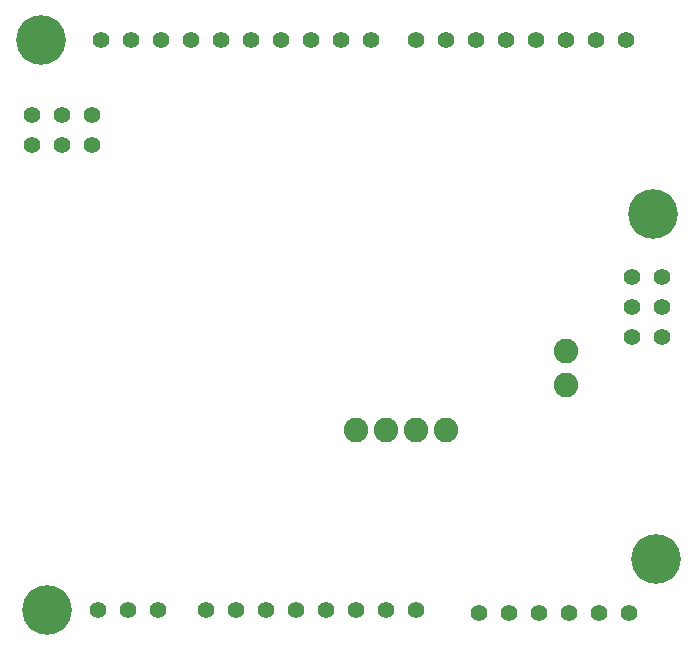
<source format=gbr>
%TF.GenerationSoftware,KiCad,Pcbnew,8.0.5*%
%TF.CreationDate,2024-12-11T22:42:58-06:00*%
%TF.ProjectId,4011MS2,34303131-4d53-4322-9e6b-696361645f70,1.0*%
%TF.SameCoordinates,Original*%
%TF.FileFunction,Soldermask,Bot*%
%TF.FilePolarity,Negative*%
%FSLAX46Y46*%
G04 Gerber Fmt 4.6, Leading zero omitted, Abs format (unit mm)*
G04 Created by KiCad (PCBNEW 8.0.5) date 2024-12-11 22:42:58*
%MOMM*%
%LPD*%
G01*
G04 APERTURE LIST*
%ADD10C,4.199890*%
%ADD11C,1.422000*%
%ADD12C,2.082800*%
G04 APERTURE END LIST*
D10*
%TO.C,H1*%
X120650000Y-68580000D03*
%TD*%
D11*
%TO.C,J10*%
X134620000Y-116840000D03*
X137160000Y-116840000D03*
X139700000Y-116840000D03*
X142240000Y-116840000D03*
X144780000Y-116840000D03*
X147320000Y-116840000D03*
X149860000Y-116840000D03*
X152400000Y-116840000D03*
%TD*%
D10*
%TO.C,H4*%
X121158000Y-116840000D03*
%TD*%
D11*
%TO.C,J14*%
X152400000Y-68580000D03*
X154940000Y-68580000D03*
X157480000Y-68580000D03*
X160020000Y-68580000D03*
X162560000Y-68580000D03*
X165100000Y-68580000D03*
X167640000Y-68580000D03*
X170180000Y-68580000D03*
%TD*%
D10*
%TO.C,H2*%
X172466000Y-83312000D03*
%TD*%
D11*
%TO.C,J9*%
X125476000Y-116840000D03*
X128016000Y-116840000D03*
X130556000Y-116840000D03*
%TD*%
%TO.C,J11*%
X157734000Y-117094000D03*
X160274000Y-117094000D03*
X162814000Y-117094000D03*
X165354000Y-117094000D03*
X167894000Y-117094000D03*
X170434000Y-117094000D03*
%TD*%
D12*
%TO.C,J2*%
X165064800Y-97830400D03*
%TD*%
%TO.C,J17*%
X147320000Y-101600000D03*
X149860000Y-101600000D03*
X152400000Y-101600000D03*
X154940000Y-101600000D03*
%TD*%
D11*
%TO.C,J12*%
X119888000Y-77470000D03*
X119888000Y-74930000D03*
X122428000Y-77470000D03*
X122428000Y-74930000D03*
X124968000Y-77470000D03*
X124968000Y-74930000D03*
%TD*%
D10*
%TO.C,H3*%
X172720000Y-112522000D03*
%TD*%
D12*
%TO.C,J1*%
X165064800Y-94950800D03*
%TD*%
D11*
%TO.C,J15*%
X170688000Y-88646000D03*
X173228000Y-88646000D03*
X170688000Y-91186000D03*
X173228000Y-91186000D03*
X170688000Y-93726000D03*
X173228000Y-93726000D03*
%TD*%
%TO.C,J13*%
X125730000Y-68580000D03*
X128270000Y-68580000D03*
X130810000Y-68580000D03*
X133350000Y-68580000D03*
X135890000Y-68580000D03*
X138430000Y-68580000D03*
X140970000Y-68580000D03*
X143510000Y-68580000D03*
X146050000Y-68580000D03*
X148590000Y-68580000D03*
%TD*%
M02*

</source>
